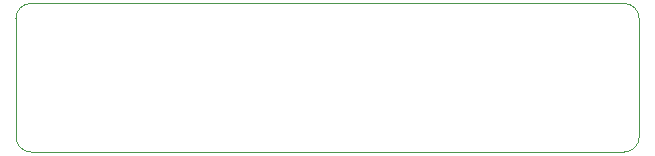
<source format=gbr>
G04 #@! TF.GenerationSoftware,KiCad,Pcbnew,(5.1.8)-1*
G04 #@! TF.CreationDate,2021-02-01T15:12:03-08:00*
G04 #@! TF.ProjectId,Modular_pwm_dac_LTC6992,4d6f6475-6c61-4725-9f70-776d5f646163,rev?*
G04 #@! TF.SameCoordinates,Original*
G04 #@! TF.FileFunction,Profile,NP*
%FSLAX46Y46*%
G04 Gerber Fmt 4.6, Leading zero omitted, Abs format (unit mm)*
G04 Created by KiCad (PCBNEW (5.1.8)-1) date 2021-02-01 15:12:03*
%MOMM*%
%LPD*%
G01*
G04 APERTURE LIST*
G04 #@! TA.AperFunction,Profile*
%ADD10C,0.050000*%
G04 #@! TD*
G04 APERTURE END LIST*
D10*
X161226500Y-38989000D02*
X161226500Y-49022000D01*
X108458000Y-38989000D02*
X108458000Y-49022000D01*
X109728000Y-37719000D02*
X159956500Y-37719000D01*
X159956500Y-50292000D02*
X109728000Y-50292000D01*
X108458000Y-38989000D02*
G75*
G02*
X109728000Y-37719000I1270000J0D01*
G01*
X109728000Y-50292000D02*
G75*
G02*
X108458000Y-49022000I0J1270000D01*
G01*
X161226500Y-49022000D02*
G75*
G02*
X159956500Y-50292000I-1270000J0D01*
G01*
X159956500Y-37719000D02*
G75*
G02*
X161226500Y-38989000I0J-1270000D01*
G01*
M02*

</source>
